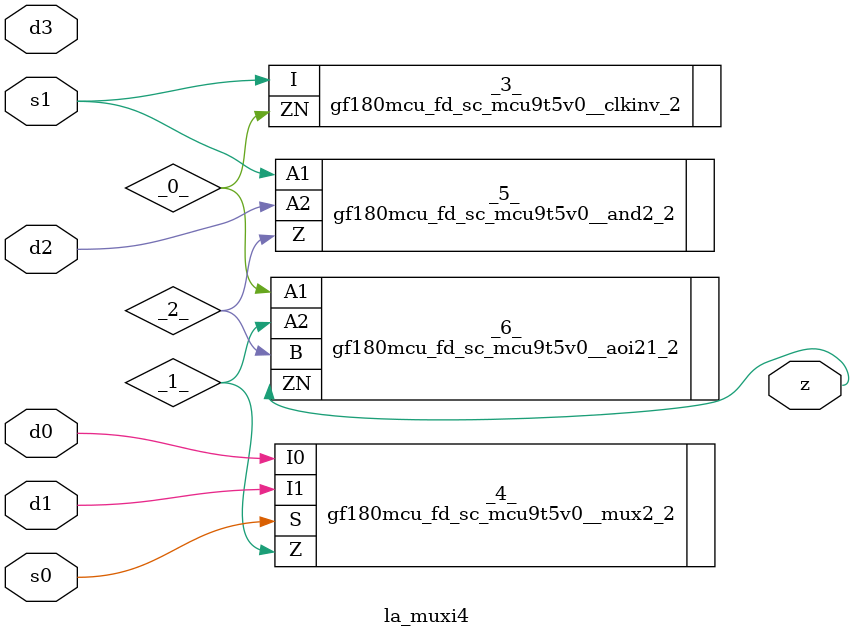
<source format=v>

/* Generated by Yosys 0.37 (git sha1 a5c7f69ed, clang 14.0.0-1ubuntu1.1 -fPIC -Os) */

module la_muxi4(d0, d1, d2, d3, s0, s1, z);
  wire _0_;
  wire _1_;
  wire _2_;
  input d0;
  wire d0;
  input d1;
  wire d1;
  input d2;
  wire d2;
  input d3;
  wire d3;
  input s0;
  wire s0;
  input s1;
  wire s1;
  output z;
  wire z;
  gf180mcu_fd_sc_mcu9t5v0__clkinv_2 _3_ (
    .I(s1),
    .ZN(_0_)
  );
  gf180mcu_fd_sc_mcu9t5v0__mux2_2 _4_ (
    .I0(d0),
    .I1(d1),
    .S(s0),
    .Z(_1_)
  );
  gf180mcu_fd_sc_mcu9t5v0__and2_2 _5_ (
    .A1(s1),
    .A2(d2),
    .Z(_2_)
  );
  gf180mcu_fd_sc_mcu9t5v0__aoi21_2 _6_ (
    .A1(_0_),
    .A2(_1_),
    .B(_2_),
    .ZN(z)
  );
endmodule

</source>
